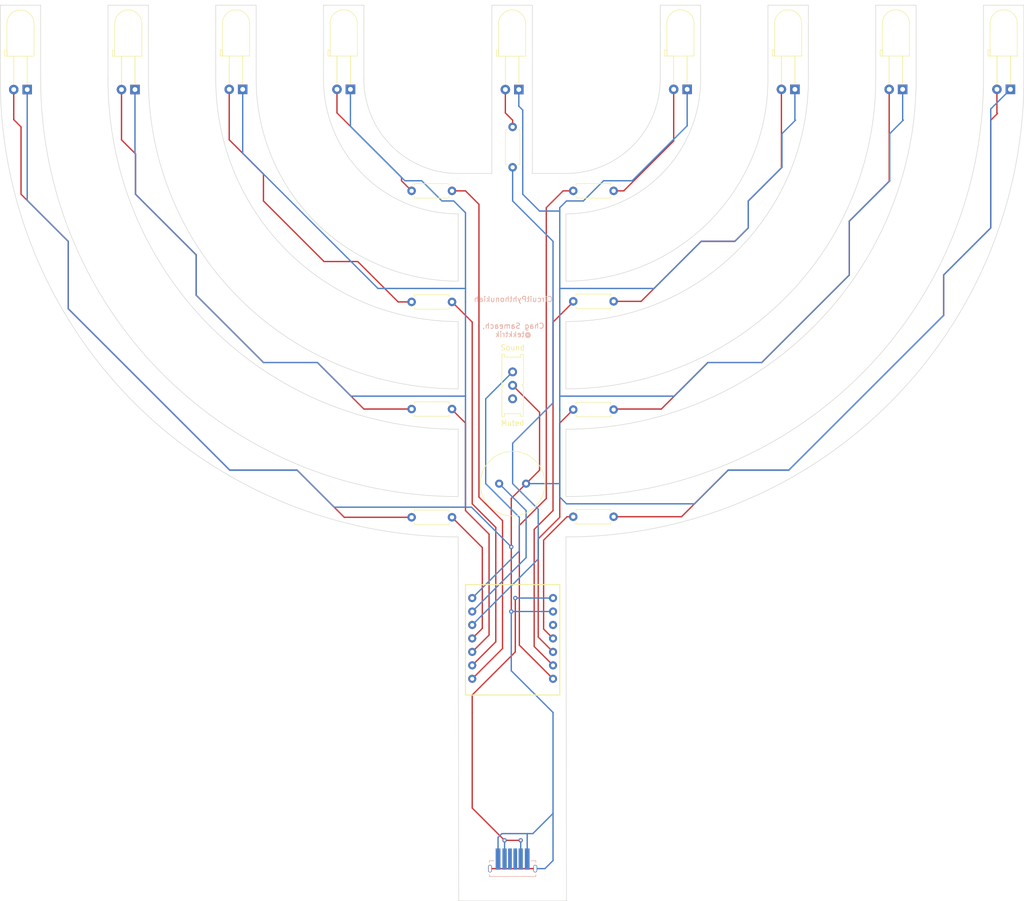
<source format=kicad_pcb>
(kicad_pcb (version 20211014) (generator pcbnew)
  (title_block (title "PCB, CircuitPythonukiah") (date "2022-10-12") (rev "1.0.0") (comment 1 "Licensed under CERN-OHL-S version 2") (comment 2 "Copyright Alec Delaney, 2022"))
  (layers (0 "F.Cu" signal) (31 "B.Cu" signal) (34 "B.Paste" user) (35 "F.Paste" user) (36 "B.SilkS" user "B.Silkscreen") (37 "F.SilkS" user "F.Silkscreen") (38 "B.Mask" user) (39 "F.Mask" user) (44 "Edge.Cuts" user))
  (net 0 "")
  (net 1 "GND")
  (net 2 "5V")
  (net 3 "3V")
  (net 4 "SHAMASH")
  (net 5 "MUTE_BTN")
  (net 6 "SPKR")
  (net 7 "LED1")
  (net 8 "LED2")
  (net 9 "LED3")
  (net 10 "LED4")
  (net 11 "LED5")
  (net 12 "LED6")
  (net 13 "LED8")
  (net 14 "LED7")
  (net 15 "Net-(D1-Pad2)")
  (net 16 "Net-(D2-Pad2)")
  (net 17 "Net-(D3-Pad2)")
  (net 18 "Net-(D4-Pad2)")
  (net 19 "Net-(D5-Pad2)")
  (net 20 "Net-(D6-Pad2)")
  (net 21 "Net-(D7-Pad2)")
  (net 22 "Net-(D8-Pad2)")
  (net 23 "Net-(D9-Pad2)")
  (footprint "LED_THT:LED_D5.0mm_Horizontal_O6.35mm_Z3.0mm" (layer "F.Cu") (at 222.144258 42.439258 180)
    (fp_text reference "D8" hide)
    (fp_text value "LED")
    (pad "1" thru_hole rect (at 0 0 180) (size 1.8 1.8) (drill 0.9) (layers *.Cu *.Mask) (net 1 "GND"))
    (pad "2" thru_hole circle (at 2.54 0 180) (size 1.8 1.8) (drill 0.9) (layers *.Cu *.Mask) (net 22 "Net-(D8-Pad2)"))
  )
  (footprint "Resistor_THT:R_Axial_DIN0207_L6.3mm_D2.5mm_P7.62mm_Horizontal" (layer "F.Cu") (at 109.22 61.595)
    (fp_text reference "R4" hide)
    (fp_text value "100")
    (pad "1" thru_hole circle (at 0 0) (size 1.6 1.6) (drill 0.8) (layers *.Cu *.Mask) (net 18 "Net-(D4-Pad2)"))
    (pad "2" thru_hole oval (at 7.62 0) (size 1.6 1.6) (drill 0.8) (layers *.Cu *.Mask) (net 10 "LED4"))
  )
  (footprint "Resistor_THT:R_Axial_DIN0207_L6.3mm_D2.5mm_P7.62mm_Horizontal" (layer "F.Cu") (at 128.27 49.53 -90)
    (fp_text reference "R9" hide)
    (fp_text value "100")
    (pad "1" thru_hole circle (at 0 0 270) (size 1.6 1.6) (drill 0.8) (layers *.Cu *.Mask) (net 23 "Net-(D9-Pad2)"))
    (pad "2" thru_hole oval (at 7.62 0 270) (size 1.6 1.6) (drill 0.8) (layers *.Cu *.Mask) (net 4 "SHAMASH"))
  )
  (footprint "LED_THT:LED_D5.0mm_Horizontal_O6.35mm_Z3.0mm" (layer "F.Cu") (at 129.439258 42.479258 180)
    (fp_text reference "D9" hide)
    (fp_text value "LED")
    (pad "1" thru_hole rect (at 0 0 180) (size 1.8 1.8) (drill 0.9) (layers *.Cu *.Mask) (net 1 "GND"))
    (pad "2" thru_hole circle (at 2.54 0 180) (size 1.8 1.8) (drill 0.9) (layers *.Cu *.Mask) (net 23 "Net-(D9-Pad2)"))
  )
  (footprint "Resistor_THT:R_Axial_DIN0207_L6.3mm_D2.5mm_P7.62mm_Horizontal" (layer "F.Cu") (at 109.22 82.55)
    (fp_text reference "R3" hide)
    (fp_text value "100")
    (pad "1" thru_hole circle (at 0 0) (size 1.6 1.6) (drill 0.8) (layers *.Cu *.Mask) (net 17 "Net-(D3-Pad2)"))
    (pad "2" thru_hole oval (at 7.62 0) (size 1.6 1.6) (drill 0.8) (layers *.Cu *.Mask) (net 9 "LED3"))
  )
  (footprint "Resistor_THT:R_Axial_DIN0207_L6.3mm_D2.5mm_P7.62mm_Horizontal" (layer "F.Cu") (at 147.32 102.87 180)
    (fp_text reference "R7" hide)
    (fp_text value "100")
    (pad "1" thru_hole circle (at 0 0 180) (size 1.6 1.6) (drill 0.8) (layers *.Cu *.Mask) (net 21 "Net-(D7-Pad2)"))
    (pad "2" thru_hole oval (at 7.62 0 180) (size 1.6 1.6) (drill 0.8) (layers *.Cu *.Mask) (net 14 "LED7"))
  )
  (footprint "Resistor_THT:R_Axial_DIN0207_L6.3mm_D2.5mm_P7.62mm_Horizontal" (layer "F.Cu") (at 147.32 82.444258 180)
    (fp_text reference "R6" hide)
    (fp_text value "100")
    (pad "1" thru_hole circle (at 0 0 180) (size 1.6 1.6) (drill 0.8) (layers *.Cu *.Mask) (net 20 "Net-(D6-Pad2)"))
    (pad "2" thru_hole oval (at 7.62 0 180) (size 1.6 1.6) (drill 0.8) (layers *.Cu *.Mask) (net 12 "LED6"))
  )
  (footprint "LED_THT:LED_D5.0mm_Horizontal_O6.35mm_Z3.0mm" (layer "F.Cu") (at 201.824258 42.439258 180)
    (fp_text reference "D7" hide)
    (fp_text value "LED")
    (pad "1" thru_hole rect (at 0 0 180) (size 1.8 1.8) (drill 0.9) (layers *.Cu *.Mask) (net 1 "GND"))
    (pad "2" thru_hole circle (at 2.54 0 180) (size 1.8 1.8) (drill 0.9) (layers *.Cu *.Mask) (net 21 "Net-(D7-Pad2)"))
  )
  (footprint "LED_THT:LED_D5.0mm_Horizontal_O6.35mm_Z3.0mm" (layer "F.Cu") (at 97.684258 42.439258 180)
    (fp_text reference "D4" hide)
    (fp_text value "LED")
    (pad "1" thru_hole rect (at 0 0 180) (size 1.8 1.8) (drill 0.9) (layers *.Cu *.Mask) (net 1 "GND"))
    (pad "2" thru_hole circle (at 2.54 0 180) (size 1.8 1.8) (drill 0.9) (layers *.Cu *.Mask) (net 18 "Net-(D4-Pad2)"))
  )
  (footprint "Resistor_THT:R_Axial_DIN0207_L6.3mm_D2.5mm_P7.62mm_Horizontal" (layer "F.Cu") (at 147.32 61.595 180)
    (fp_text reference "R5" hide)
    (fp_text value "100")
    (pad "1" thru_hole circle (at 0 0 180) (size 1.6 1.6) (drill 0.8) (layers *.Cu *.Mask) (net 19 "Net-(D5-Pad2)"))
    (pad "2" thru_hole oval (at 7.62 0 180) (size 1.6 1.6) (drill 0.8) (layers *.Cu *.Mask) (net 11 "LED5"))
  )
  (footprint "MountingHole:MountingHole_5.3mm_M5" (layer "F.Cu") (at 128.27 172.72)
    (fp_text reference "M5" hide)
    (fp_text value "MountingHole_5.3mm_M5")
    (pad "" np_thru_hole circle (at 0 0) (size 5.3 5.3) (drill 5.3) (layers *.Cu *.Mask))
  )
  (footprint "LED_THT:LED_D5.0mm_Horizontal_O6.35mm_Z3.0mm" (layer "F.Cu") (at 77.364258 42.439258 180)
    (fp_text reference "D3" hide)
    (fp_text value "LED")
    (pad "1" thru_hole rect (at 0 0 180) (size 1.8 1.8) (drill 0.9) (layers *.Cu *.Mask) (net 1 "GND"))
    (pad "2" thru_hole circle (at 2.54 0 180) (size 1.8 1.8) (drill 0.9) (layers *.Cu *.Mask) (net 17 "Net-(D3-Pad2)"))
  )
  (footprint "Resistor_THT:R_Axial_DIN0207_L6.3mm_D2.5mm_P7.62mm_Horizontal" (layer "F.Cu") (at 147.32 123.084258 180)
    (fp_text reference "R8" hide)
    (fp_text value "100")
    (pad "1" thru_hole circle (at 0 0 180) (size 1.6 1.6) (drill 0.8) (layers *.Cu *.Mask) (net 22 "Net-(D8-Pad2)"))
    (pad "2" thru_hole oval (at 7.62 0 180) (size 1.6 1.6) (drill 0.8) (layers *.Cu *.Mask) (net 13 "LED8"))
  )
  (footprint "Resistor_THT:R_Axial_DIN0207_L6.3mm_D2.5mm_P7.62mm_Horizontal" (layer "F.Cu") (at 109.22 123.19)
    (fp_text reference "R1" hide)
    (fp_text value "100")
    (pad "1" thru_hole circle (at 0 0) (size 1.6 1.6) (drill 0.8) (layers *.Cu *.Mask) (net 15 "Net-(D1-Pad2)"))
    (pad "2" thru_hole oval (at 7.62 0) (size 1.6 1.6) (drill 0.8) (layers *.Cu *.Mask) (net 7 "LED1"))
  )
  (footprint "LED_THT:LED_D5.0mm_Horizontal_O6.35mm_Z3.0mm" (layer "F.Cu") (at 161.184258 42.439258 180)
    (fp_text reference "D5" hide)
    (fp_text value "LED")
    (pad "1" thru_hole rect (at 0 0 180) (size 1.8 1.8) (drill 0.9) (layers *.Cu *.Mask) (net 1 "GND"))
    (pad "2" thru_hole circle (at 2.54 0 180) (size 1.8 1.8) (drill 0.9) (layers *.Cu *.Mask) (net 19 "Net-(D5-Pad2)"))
  )
  (footprint "LED_THT:LED_D5.0mm_Horizontal_O6.35mm_Z3.0mm" (layer "F.Cu") (at 181.504258 42.439258 180)
    (fp_text reference "D6" hide)
    (fp_text value "LED")
    (pad "1" thru_hole rect (at 0 0 180) (size 1.8 1.8) (drill 0.9) (layers *.Cu *.Mask) (net 1 "GND"))
    (pad "2" thru_hole circle (at 2.54 0 180) (size 1.8 1.8) (drill 0.9) (layers *.Cu *.Mask) (net 20 "Net-(D6-Pad2)"))
  )
  (footprint "Adafruit:QT Py" (layer "F.Cu") (at 128.27 147.32 -90)
    (fp_text reference "U1" hide)
    (fp_text value "QT_Py")
    (pad "1" thru_hole circle (at -8.89 -7.62 270) (size 1.524 1.524) (drill 0.762) (layers *.Cu *.Mask) (net 2 "5V"))
    (pad "2" thru_hole circle (at -6.35 -7.62 270) (size 1.524 1.524) (drill 0.762) (layers *.Cu *.Mask) (net 1 "GND"))
    (pad "3" thru_hole circle (at -3.81 -7.62 270) (size 1.524 1.524) (drill 0.762) (layers *.Cu *.Mask) (net 3 "3V"))
    (pad "4" thru_hole circle (at -1.27 -7.62 270) (size 1.524 1.524) (drill 0.762) (layers *.Cu *.Mask) (net 13 "LED8"))
    (pad "5" thru_hole circle (at 1.27 -7.62 270) (size 1.524 1.524) (drill 0.762) (layers *.Cu *.Mask) (net 14 "LED7"))
    (pad "6" thru_hole circle (at 3.81 -7.62 270) (size 1.524 1.524) (drill 0.762) (layers *.Cu *.Mask) (net 12 "LED6"))
    (pad "7" thru_hole circle (at 6.35 -7.62 270) (size 1.524 1.524) (drill 0.762) (layers *.Cu *.Mask) (net 11 "LED5"))
    (pad "8" thru_hole circle (at -8.89 7.62 270) (size 1.524 1.524) (drill 0.762) (layers *.Cu *.Mask) (net 5 "MUTE_BTN"))
    (pad "9" thru_hole circle (at -6.35 7.62 270) (size 1.524 1.524) (drill 0.762) (layers *.Cu *.Mask) (net 6 "SPKR"))
    (pad "10" thru_hole circle (at -3.81 7.62 270) (size 1.524 1.524) (drill 0.762) (layers *.Cu *.Mask) (net 4 "SHAMASH"))
    (pad "11" thru_hole circle (at -1.27 7.62 270) (size 1.524 1.524) (drill 0.762) (layers *.Cu *.Mask) (net 7 "LED1"))
    (pad "12" thru_hole circle (at 1.27 7.62 270) (size 1.524 1.524) (drill 0.762) (layers *.Cu *.Mask) (net 8 "LED2"))
    (pad "13" thru_hole circle (at 3.81 7.62 270) (size 1.524 1.524) (drill 0.762) (layers *.Cu *.Mask) (net 9 "LED3"))
    (pad "14" thru_hole circle (at 6.35 7.62 270) (size 1.524 1.524) (drill 0.762) (layers *.Cu *.Mask) (net 10 "LED4"))
  )
  (footprint "E-Switch:EG1218" (layer "F.Cu") (at 128.27 98.298 -90)
    (fp_text reference "SW1" hide)
    (fp_text value "SW_DIP_x01")
    (pad "1" thru_hole circle (at -2.54 0 270) (size 1.6764 1.6764) (drill 0.9) (layers *.Cu *.Mask) (net 5 "MUTE_BTN"))
    (pad "2" thru_hole circle (at 0 0 270) (size 1.6764 1.6764) (drill 0.9) (layers *.Cu *.Mask) (net 1 "GND"))
    (pad "3" thru_hole circle (at 2.54 0 270) (size 1.6764 1.6764) (drill 0.9) (layers *.Cu *.Mask))
  )
  (footprint "Resistor_THT:R_Axial_DIN0207_L6.3mm_D2.5mm_P7.62mm_Horizontal" (layer "F.Cu") (at 109.22 102.764258)
    (fp_text reference "R2" hide)
    (fp_text value "100")
    (pad "1" thru_hole circle (at 0 0) (size 1.6 1.6) (drill 0.8) (layers *.Cu *.Mask) (net 16 "Net-(D2-Pad2)"))
    (pad "2" thru_hole oval (at 7.62 0) (size 1.6 1.6) (drill 0.8) (layers *.Cu *.Mask) (net 8 "LED2"))
  )
  (footprint "LED_THT:LED_D5.0mm_Horizontal_O6.35mm_Z3.0mm" (layer "F.Cu") (at 57.049258 42.479258 180)
    (fp_text reference "D2" hide)
    (fp_text value "LED")
    (pad "1" thru_hole rect (at 0 0 180) (size 1.8 1.8) (drill 0.9) (layers *.Cu *.Mask) (net 1 "GND"))
    (pad "2" thru_hole circle (at 2.54 0 180) (size 1.8 1.8) (drill 0.9) (layers *.Cu *.Mask) (net 16 "Net-(D2-Pad2)"))
  )
  (footprint "Adafruit:Piezo Buzzer" (layer "F.Cu") (at 128.27 116.84)
    (fp_text reference "LS1" hide)
    (fp_text value "Speaker")
    (pad "1" thru_hole circle (at -2.54 0) (size 1.524 1.524) (drill 0.762) (layers *.Cu *.Mask) (net 6 "SPKR"))
    (pad "2" thru_hole circle (at 2.54 0) (size 1.524 1.524) (drill 0.762) (layers *.Cu *.Mask) (net 1 "GND"))
  )
  (footprint "LED_THT:LED_D5.0mm_Horizontal_O6.35mm_Z3.0mm" (layer "F.Cu") (at 36.724258 42.479258 180)
    (fp_text reference "D1" hide)
    (fp_text value "LED")
    (pad "1" thru_hole rect (at 0 0 180) (size 1.8 1.8) (drill 0.9) (layers *.Cu *.Mask) (net 1 "GND"))
    (pad "2" thru_hole circle (at 2.54 0 180) (size 1.8 1.8) (drill 0.9) (layers *.Cu *.Mask) (net 15 "Net-(D1-Pad2)"))
  )
  (footprint "CircuitPythonukiah:OSHW Logo 18mm" (layer "B.Cu") (at 128.27 71.755 180)
    (fp_text reference "G***" hide)
    (fp_text value "OSHW Logo 18mm" hide)
  )
  (footprint "CUI Devices:CUI_UJC-VP-3-SMT-TR" (layer "B.Cu") (at 128.27 189.484 180)
    (fp_text reference "J1" hide)
    (fp_text value "USB_B_Micro" hide)
    (pad "A5" smd rect (at 0.5 1.805 180) (size 0.7 4.01) (layers "B.Cu" "B.Paste" "B.Mask"))
    (pad "A9" smd rect (at -1.52 1.805 180) (size 0.8 4.01) (layers "B.Cu" "B.Paste" "B.Mask") (net 2 "5V"))
    (pad "A12" smd rect (at -2.75 1.805 180) (size 0.9 4.01) (layers "B.Cu" "B.Paste" "B.Mask") (net 1 "GND"))
    (pad "B5" smd rect (at -0.5 1.805 180) (size 0.7 4.01) (layers "B.Cu" "B.Paste" "B.Mask"))
    (pad "B9" smd rect (at 1.52 1.805 180) (size 0.8 4.01) (layers "B.Cu" "B.Paste" "B.Mask") (net 2 "5V"))
    (pad "B12" smd rect (at 2.75 1.805 180) (size 0.9 4.01) (layers "B.Cu" "B.Paste" "B.Mask") (net 1 "GND"))
    (pad "S1" thru_hole oval (at -4.27 0 180) (size 0.7 1.4) (drill oval 0.5 1.2) (layers *.Cu *.Mask) (net 1 "GND"))
    (pad "S2" thru_hole oval (at 4.27 0 180) (size 0.7 1.4) (drill oval 0.5 1.2) (layers *.Cu *.Mask) (net 1 "GND"))
  )
  (gr_line (start 196.744258 26.564258) (end 196.744258 40.534258) (layer "Edge.Cuts") (width 0.1))
  (gr_line (start 176.424258 26.564258) (end 184.044258 26.564258) (layer "Edge.Cuts") (width 0.1))
  (gr_arc (start 118.004258 106.574258) (mid 71.306926 87.23159) (end 51.964258 40.534258) (layer "Edge.Cuts") (width 0.1))
  (gr_arc (start 118.004258 65.934258) (mid 100.043746 58.49477) (end 92.604258 40.534258) (layer "Edge.Cuts") (width 0.1))
  (gr_line (start 196.744258 26.564258) (end 204.364258 26.564258) (layer "Edge.Cuts") (width 0.1))
  (gr_line (start 131.974258 26.564258) (end 131.974258 40.534258) (layer "Edge.Cuts") (width 0.1))
  (gr_arc (start 118.004258 86.254258) (mid 85.675336 72.86318) (end 72.284258 40.534258) (layer "Edge.Cuts") (width 0.1))
  (gr_line (start 31.644258 40.534258) (end 31.644258 26.564258) (layer "Edge.Cuts") (width 0.1))
  (gr_line (start 92.604258 26.564258) (end 92.604258 40.534258) (layer "Edge.Cuts") (width 0.1))
  (gr_arc (start 204.364258 40.534258) (mid 185.02159 87.23159) (end 138.324258 106.574258) (layer "Edge.Cuts") (width 0.1))
  (gr_line (start 92.604258 26.564258) (end 100.224258 26.564258) (layer "Edge.Cuts") (width 0.1))
  (gr_line (start 124.354258 26.564258) (end 131.974258 26.564258) (layer "Edge.Cuts") (width 0.1))
  (gr_line (start 51.964258 26.564258) (end 51.964258 40.534258) (layer "Edge.Cuts") (width 0.1))
  (gr_line (start 118.11 195.58) (end 118.004258 126.894258) (layer "Edge.Cuts") (width 0.1))
  (gr_arc (start 217.064258 40.534258) (mid 194.001846 96.211846) (end 138.324258 119.274258) (layer "Edge.Cuts") (width 0.1))
  (gr_line (start 131.974258 58.314258) (end 138.324258 58.314258) (layer "Edge.Cuts") (width 0.1))
  (gr_line (start 156.104258 26.564258) (end 156.104258 40.534258) (layer "Edge.Cuts") (width 0.1))
  (gr_arc (start 176.424258 40.534258) (mid 165.265026 67.475026) (end 138.324258 78.634258) (layer "Edge.Cuts") (width 0.1))
  (gr_arc (start 118.004258 98.954258) (mid 76.69508 81.843436) (end 59.584258 40.534258) (layer "Edge.Cuts") (width 0.1))
  (gr_arc (start 118.004258 119.274258) (mid 62.32667 96.211846) (end 39.264258 40.534258) (layer "Edge.Cuts") (width 0.1))
  (gr_line (start 31.644258 26.564258) (end 39.264258 26.564258) (layer "Edge.Cuts") (width 0.1))
  (gr_arc (start 184.044258 40.534258) (mid 170.65318 72.86318) (end 138.324258 86.254258) (layer "Edge.Cuts") (width 0.1))
  (gr_line (start 138.324258 65.934258) (end 138.324258 78.634258) (layer "Edge.Cuts") (width 0.1))
  (gr_line (start 118.004258 106.574258) (end 118.004258 119.274258) (layer "Edge.Cuts") (width 0.1))
  (gr_line (start 124.354258 40.534258) (end 124.354258 58.314258) (layer "Edge.Cuts") (width 0.1))
  (gr_line (start 217.064258 26.564258) (end 217.064258 40.534258) (layer "Edge.Cuts") (width 0.1))
  (gr_line (start 51.964258 26.564258) (end 59.584258 26.564258) (layer "Edge.Cuts") (width 0.1))
  (gr_line (start 217.064258 26.564258) (end 224.684258 26.564258) (layer "Edge.Cuts") (width 0.1))
  (gr_line (start 59.584258 26.564258) (end 59.584258 40.534258) (layer "Edge.Cuts") (width 0.1))
  (gr_line (start 100.224258 26.564258) (end 100.224258 40.534258) (layer "Edge.Cuts") (width 0.1))
  (gr_arc (start 163.724258 40.534258) (mid 156.28477 58.49477) (end 138.324258 65.934258) (layer "Edge.Cuts") (width 0.1))
  (gr_line (start 118.004258 65.934258) (end 118.004258 78.634258) (layer "Edge.Cuts") (width 0.1))
  (gr_line (start 131.974258 40.534258) (end 131.974258 58.314258) (layer "Edge.Cuts") (width 0.1))
  (gr_arc (start 118.004258 78.634258) (mid 91.06349 67.475026) (end 79.904258 40.534258) (layer "Edge.Cuts") (width 0.1))
  (gr_line (start 138.43 195.58) (end 138.324258 126.894258) (layer "Edge.Cuts") (width 0.1))
  (gr_line (start 176.424258 26.564258) (end 176.424258 40.534258) (layer "Edge.Cuts") (width 0.1))
  (gr_line (start 72.284258 26.564258) (end 72.284258 40.534258) (layer "Edge.Cuts") (width 0.1))
  (gr_line (start 138.324258 86.254258) (end 138.324258 98.954258) (layer "Edge.Cuts") (width 0.1))
  (gr_line (start 224.684258 26.564258) (end 224.684258 40.534258) (layer "Edge.Cuts") (width 0.1))
  (gr_arc (start 224.684258 40.534258) (mid 199.39 101.6) (end 138.324258 126.894258) (layer "Edge.Cuts") (width 0.1))
  (gr_line (start 184.044258 26.564258) (end 184.044258 40.534258) (layer "Edge.Cuts") (width 0.1))
  (gr_line (start 138.324258 106.574258) (end 138.324258 119.274258) (layer "Edge.Cuts") (width 0.1))
  (gr_line (start 118.11 195.58) (end 138.43 195.58) (layer "Edge.Cuts") (width 0.1))
  (gr_line (start 72.284258 26.564258) (end 79.904258 26.564258) (layer "Edge.Cuts") (width 0.1))
  (gr_line (start 39.264258 26.564258) (end 39.264258 40.534258) (layer "Edge.Cuts") (width 0.1))
  (gr_arc (start 118.004258 126.894258) (mid 56.938516 101.6) (end 31.644258 40.534258) (layer "Edge.Cuts") (width 0.1))
  (gr_line (start 118.004258 86.254258) (end 118.004258 98.954258) (layer "Edge.Cuts") (width 0.1))
  (gr_line (start 124.354258 26.564258) (end 124.354258 40.534258) (layer "Edge.Cuts") (width 0.1))
  (gr_arc (start 196.744258 40.534258) (mid 179.633436 81.843436) (end 138.324258 98.954258) (layer "Edge.Cuts") (width 0.1))
  (gr_line (start 124.354258 58.314258) (end 118.004258 58.314258) (layer "Edge.Cuts") (width 0.1))
  (gr_line (start 79.904258 26.564258) (end 79.904258 40.534258) (layer "Edge.Cuts") (width 0.1))
  (gr_arc (start 156.104258 40.534258) (mid 150.896617 53.106617) (end 138.324258 58.314258) (layer "Edge.Cuts") (width 0.1))
  (gr_arc (start 118.004258 58.314258) (mid 105.431899 53.106617) (end 100.224258 40.534258) (layer "Edge.Cuts") (width 0.1))
  (gr_line (start 163.724258 26.564258) (end 163.724258 40.534258) (layer "Edge.Cuts") (width 0.1))
  (gr_line (start 204.364258 26.564258) (end 204.364258 40.534258) (layer "Edge.Cuts") (width 0.1))
  (gr_line (start 156.104258 26.564258) (end 163.724258 26.564258) (layer "Edge.Cuts") (width 0.1))
  (gr_text "Chag Sameach,\n@tekktrik" (at 128.397 87.884) (layer "B.SilkS") (effects (font (size 1 1)) (justify mirror)))
  (gr_text "CircuitPyhthonukiah" (at 128.397 82.042) (layer "B.SilkS") (effects (font (size 1 1)) (justify mirror)))
  (gr_text "Sound" (at 128.27 91.186) (layer "F.SilkS") (effects (font (size 1 1))))
  (gr_text "Muted" (at 128.27 105.41) (layer "F.SilkS") (effects (font (size 1 1))))
  (segment (start 128.016 140.97) (end 128.016 128.778) (width 0.25) (layer "F.Cu") (net 1))
  (segment (start 128.27 98.298) (end 133.35 103.378) (width 0.25) (layer "F.Cu") (net 1))
  (segment (start 128.016 128.778) (end 128.016 119.634) (width 0.25) (layer "F.Cu") (net 1))
  (segment (start 124 189.484) (end 132.54 189.484) (width 0.25) (layer "F.Cu") (net 1))
  (segment (start 133.35 103.378) (end 133.35 114.3) (width 0.25) (layer "F.Cu") (net 1))
  (segment (start 128.016 119.634) (end 130.81 116.84) (width 0.25) (layer "F.Cu") (net 1))
  (segment (start 133.35 114.3) (end 130.81 116.84) (width 0.25) (layer "F.Cu") (net 1))
  (via (at 128.016 140.97) (size 0.8) (drill 0.4) (layers "F.Cu" "B.Cu") (net 1))
  (via (at 128.016 128.778) (size 0.8) (drill 0.4) (layers "F.Cu" "B.Cu") (net 1))
  (segment (start 131.02 187.679) (end 131.02 182.924) (width 0.25) (layer "B.Cu") (net 1))
  (segment (start 57.049258 54.509258) (end 57.15 54.61) (width 0.25) (layer "B.Cu") (net 1))
  (segment (start 163.83 71.12) (end 170.18 71.12) (width 0.25) (layer "B.Cu") (net 1))
  (segment (start 139.065 100.33) (end 137.16 100.33) (width 0.25) (layer "B.Cu") (net 1))
  (segment (start 179.07 50.8) (end 181.61 48.26) (width 0.25) (layer "B.Cu") (net 1))
  (segment (start 120.523 121.285) (end 128.016 128.778) (width 0.25) (layer "B.Cu") (net 1))
  (segment (start 57.049258 42.479258) (end 57.049258 54.509258) (width 0.25) (layer "B.Cu") (net 1))
  (segment (start 131.064 182.88) (end 126.238 182.88) (width 0.25) (layer "B.Cu") (net 1))
  (segment (start 135.89 179.07) (end 135.89 160.02) (width 0.25) (layer "B.Cu") (net 1))
  (segment (start 158.75 100.33) (end 165.1 93.98) (width 0.25) (layer "B.Cu") (net 1))
  (segment (start 135.89 187.96) (end 134.366 189.484) (width 0.25) (layer "B.Cu") (net 1))
  (segment (start 137.16 65.405) (end 137.16 64.77) (width 0.25) (layer "B.Cu") (net 1))
  (segment (start 131.02 182.924) (end 131.064 182.88) (width 0.25) (layer "B.Cu") (net 1))
  (segment (start 129.439258 45.619258) (end 129.439258 42.479258) (width 0.25) (layer "B.Cu") (net 1))
  (segment (start 175.26 93.98) (end 191.77 77.47) (width 0.25) (layer "B.Cu") (net 1))
  (segment (start 77.364258 42.439258) (end 77.364258 54.504258) (width 0.25) (layer "B.Cu") (net 1))
  (segment (start 97.684258 49.424258) (end 97.684258 42.439258) (width 0.25) (layer "B.Cu") (net 1))
  (segment (start 137.16 116.84) (end 137.16 119.38) (width 0.25) (layer "B.Cu") (net 1))
  (segment (start 81.28 93.98) (end 91.44 93.98) (width 0.25) (layer "B.Cu") (net 1))
  (segment (start 36.724258 42.479258) (end 36.724258 63.394258) (width 0.25) (layer "B.Cu") (net 1))
  (segment (start 130.175 46.355) (end 129.439258 45.619258) (width 0.25) (layer "B.Cu") (net 1))
  (segment (start 130.81 116.84) (end 137.16 116.84) (width 0.25) (layer "B.Cu") (net 1))
  (segment (start 91.44 93.98) (end 97.79 100.33) (width 0.25) (layer "B.Cu") (net 1))
  (segment (start 201.93 48.26) (end 201.824258 48.154258) (width 0.25) (layer "B.Cu") (net 1))
  (segment (start 102.87 80.01) (end 119.38 80.01) (width 0.25) (layer "B.Cu") (net 1))
  (segment (start 137.16 64.77) (end 138.43 63.5) (width 0.25) (layer "B.Cu") (net 1))
  (segment (start 209.55 77.47) (end 218.44 68.58) (width 0.25) (layer "B.Cu") (net 1))
  (segment (start 119.38 100.965) (end 119.38 100.33) (width 0.25) (layer "B.Cu") (net 1))
  (segment (start 74.93 114.3) (end 87.63 114.3) (width 0.25) (layer "B.Cu") (net 1))
  (segment (start 36.724258 63.394258) (end 44.45 71.12) (width 0.25) (layer "B.Cu") (net 1))
  (segment (start 162.56 120.65) (end 168.91 114.3) (width 0.25) (layer "B.Cu") (net 1))
  (segment (start 199.39 59.69) (end 199.39 50.8) (width 0.25) (layer "B.Cu") (net 1))
  (segment (start 180.34 114.3) (end 209.55 85.09) (width 0.25) (layer "B.Cu") (net 1))
  (segment (start 119.38 121.285) (end 120.523 121.285) (width 0.25) (layer "B.Cu") (net 1))
  (segment (start 191.77 67.31) (end 199.39 59.69) (width 0.25) (layer "B.Cu") (net 1))
  (segment (start 117.1575 63.5) (end 114.935 63.5) (width 0.25) (layer "B.Cu") (net 1))
  (segment (start 57.15 62.23) (end 68.58 73.66) (width 0.25) (layer "B.Cu") (net 1))
  (segment (start 135.89 187.96) (end 135.89 179.07) (width 0.25) (layer "B.Cu") (net 1))
  (segment (start 128.016 152.146) (end 135.89 160.02) (width 0.25) (layer "B.Cu") (net 1))
  (segment (start 145.415 59.69) (end 150.815991 59.69) (width 0.25) (layer "B.Cu") (net 1))
  (segment (start 179.07 57.15) (end 179.07 50.8) (width 0.25) (layer "B.Cu") (net 1))
  (segment (start 172.72 68.58) (end 172.72 63.5) (width 0.25) (layer "B.Cu") (net 1))
  (segment (start 68.58 73.66) (end 68.58 81.28) (width 0.25) (layer "B.Cu") (net 1))
  (segment (start 44.45 83.82) (end 74.93 114.3) (width 0.25) (layer "B.Cu") (net 1))
  (segment (start 135.89 179.07) (end 132.08 182.88) (width 0.25) (layer "B.Cu") (net 1))
  (segment (start 119.38 100.33) (end 97.79 100.33) (width 0.25) (layer "B.Cu") (net 1))
  (segment (start 128.016 140.97) (end 128.016 152.146) (width 0.25) (layer "B.Cu") (net 1))
  (segment (start 111.125 59.69) (end 107.95 59.69) (width 0.25) (layer "B.Cu") (net 1))
  (segment (start 137.16 65.405) (end 133.35 65.405) (width 0.25) (layer "B.Cu") (net 1))
  (segment (start 119.38 100.33) (end 119.38 82.55) (width 0.25) (layer "B.Cu") (net 1))
  (segment (start 138.43 120.65) (end 162.56 120.65) (width 0.25) (layer "B.Cu") (net 1))
  (segment (start 201.824258 48.154258) (end 201.824258 42.439258) (width 0.25) (layer "B.Cu") (net 1))
  (segment (start 181.504258 48.154258) (end 181.504258 42.439258) (width 0.25) (layer "B.Cu") (net 1))
  (segment (start 138.43 63.5) (end 141.605 63.5) (width 0.25) (layer "B.Cu") (net 1))
  (segment (start 165.1 93.98) (end 175.26 93.98) (width 0.25) (layer "B.Cu") (net 1))
  (segment (start 154.94 80.01) (end 163.83 71.12) (width 0.25) (layer "B.Cu") (net 1))
  (segment (start 94.615 121.285) (end 119.38 121.285) (width 0.25) (layer "B.Cu") (net 1))
  (segment (start 168.91 114.3) (end 180.34 114.3) (width 0.25) (layer "B.Cu") (net 1))
  (segment (start 134.366 189.484) (end 132.54 189.484) (width 0.25) (layer "B.Cu") (net 1))
  (segment (start 77.364258 54.504258) (end 102.87 80.01) (width 0.25) (layer "B.Cu") (net 1))
  (segment (start 170.18 71.12) (end 172.72 68.58) (width 0.25) (layer "B.Cu") (net 1))
  (segment (start 68.58 81.28) (end 81.28 93.98) (width 0.25) (layer "B.Cu") (net 1))
  (segment (start 119.38 80.01) (end 119.38 65.7225) (width 0.25) (layer "B.Cu") (net 1))
  (segment (start 119.38 65.7225) (end 117.1575 63.5) (width 0.25) (layer "B.Cu") (net 1))
  (segment (start 137.16 102.87) (end 137.16 82.55) (width 0.25) (layer "B.Cu") (net 1))
  (segment (start 191.77 77.47) (end 191.77 67.31) (width 0.25) (layer "B.Cu") (net 1))
  (segment (start 57.15 54.61) (end 57.15 62.23) (width 0.25) (layer "B.Cu") (net 1))
  (segment (start 139.065 100.33) (end 158.75 100.33) (width 0.25) (layer "B.Cu") (net 1))
  (segment (start 135.89 140.97) (end 128.016 140.97) (width 0.25) (layer "B.Cu") (net 1))
  (segment (start 137.16 119.38) (end 138.43 120.65) (width 0.25) (layer "B.Cu") (net 1))
  (segment (start 218.44 46.143516) (end 222.144258 42.439258) (width 0.25) (layer "B.Cu") (net 1))
  (segment (start 199.39 50.8) (end 201.93 48.26) (width 0.25) (layer "B.Cu") (net 1))
  (segment (start 137.16 116.84) (end 137.16 102.87) (width 0.25) (layer "B.Cu") (net 1))
  (segment (start 161.184258 49.321733) (end 161.184258 42.439258) (width 0.25) (layer "B.Cu") (net 1))
  (segment (start 119.38 80.645) (end 119.38 80.01) (width 0.25) (layer "B.Cu") (net 1))
  (segment (start 150.815991 59.69) (end 161.184258 49.321733) (width 0.25) (layer "B.Cu") (net 1))
  (segment (start 130.175 62.23) (end 130.175 46.355) (width 0.25) (layer "B.Cu") (net 1))
  (segment (start 141.605 63.5) (end 145.415 59.69) (width 0.25) (layer "B.Cu") (net 1))
  (segment (start 119.38 116.84) (end 119.38 120.65) (width 0.25) (layer "B.Cu") (net 1))
  (segment (start 87.63 114.3) (end 94.615 121.285) (width 0.25) (layer "B.Cu") (net 1))
  (segment (start 209.55 85.09) (end 209.55 77.47) (width 0.25) (layer "B.Cu") (net 1))
  (segment (start 172.72 63.5) (end 179.07 57.15) (width 0.25) (layer "B.Cu") (net 1))
  (segment (start 126.238 182.88) (end 125.52 183.598) (width 0.25) (layer "B.Cu") (net 1))
  (segment (start 119.38 116.84) (end 119.38 100.965) (width 0.25) (layer "B.Cu") (net 1))
  (segment (start 119.38 82.55) (end 119.38 80.645) (width 0.25) (layer "B.Cu") (net 1))
  (segment (start 44.45 71.12) (end 44.45 83.82) (width 0.25) (layer "B.Cu") (net 1))
  (segment (start 107.95 59.69) (end 97.684258 49.424258) (width 0.25) (layer "B.Cu") (net 1))
  (segment (start 139.7 80.01) (end 137.16 80.01) (width 0.25) (layer "B.Cu") (net 1))
  (segment (start 181.61 48.26) (end 181.504258 48.154258) (width 0.25) (layer "B.Cu") (net 1))
  (segment (start 132.08 182.88) (end 131.064 182.88) (width 0.25) (layer "B.Cu") (net 1))
  (segment (start 137.16 82.55) (end 137.16 65.405) (width 0.25) (layer "B.Cu") (net 1))
  (segment (start 114.935 63.5) (end 111.125 59.69) (width 0.25) (layer "B.Cu") (net 1))
  (segment (start 218.44 68.58) (end 218.44 46.143516) (width 0.25) (layer "B.Cu") (net 1))
  (segment (start 119.38 120.65) (end 119.38 121.285) (width 0.25) (layer "B.Cu") (net 1))
  (segment (start 133.35 65.405) (end 130.175 62.23) (width 0.25) (layer "B.Cu") (net 1))
  (segment (start 139.7 80.01) (end 154.94 80.01) (width 0.25) (layer "B.Cu") (net 1))
  (segment (start 125.52 183.598) (end 125.52 187.679) (width 0.25) (layer "B.Cu") (net 1))
  (segment (start 120.65 178.054) (end 126.746 184.15) (width 0.25) (layer "F.Cu") (net 2))
  (segment (start 120.65 156.718) (end 128.016 149.352) (width 0.25) (layer "F.Cu") (net 2))
  (segment (start 120.65 160.02) (end 120.65 178.054) (width 0.25) (layer "F.Cu") (net 2))
  (segment (start 128.016 149.352) (end 128.778 148.59) (width 0.25) (layer "F.Cu") (net 2))
  (segment (start 120.65 160.02) (end 120.65 156.718) (width 0.25) (layer "F.Cu") (net 2))
  (segment (start 128.778 138.684) (end 128.778 138.43) (width 0.25) (layer "F.Cu") (net 2))
  (segment (start 126.746 184.15) (end 129.794 184.15) (width 0.25) (layer "F.Cu") (net 2))
  (segment (start 128.778 148.59) (end 128.778 138.684) (width 0.25) (layer "F.Cu") (net 2))
  (via (at 129.794 184.15) (size 0.8) (drill 0.4) (layers "F.Cu" "B.Cu") (net 2))
  (via (at 126.746 184.15) (size 0.8) (drill 0.4) (layers "F.Cu" "B.Cu") (net 2))
  (via (at 128.778 138.43) (size 0.8) (drill 0.4) (layers "F.Cu" "B.Cu") (net 2))
  (segment (start 126.746 184.15) (end 126.75 184.154) (width 0.25) (layer "B.Cu") (net 2))
  (segment (start 126.75 184.154) (end 126.75 187.679) (width 0.25) (layer "B.Cu") (net 2))
  (segment (start 128.778 138.43) (end 135.89 138.43) (width 0.25) (layer "B.Cu") (net 2))
  (segment (start 129.794 184.15) (end 129.79 184.154) (width 0.25) (layer "B.Cu") (net 2))
  (segment (start 129.79 184.154) (end 129.79 187.679) (width 0.25) (layer "B.Cu") (net 2))
  (segment (start 133.096 121.666) (end 128.27 116.84) (width 0.25) (layer "B.Cu") (net 4))
  (segment (start 135.89 101.6) (end 135.89 71.12) (width 0.25) (layer "B.Cu") (net 4))
  (segment (start 135.89 71.12) (end 128.27 63.5) (width 0.25) (layer "B.Cu") (net 4))
  (segment (start 128.27 116.84) (end 128.27 109.22) (width 0.25) (layer "B.Cu") (net 4))
  (segment (start 133.096 121.666) (end 133.096 131.064) (width 0.25) (layer "B.Cu") (net 4))
  (segment (start 128.27 109.22) (end 135.89 101.6) (width 0.25) (layer "B.Cu") (net 4))
  (segment (start 133.096 131.064) (end 120.65 143.51) (width 0.25) (layer "B.Cu") (net 4))
  (segment (start 128.27 63.5) (end 128.27 57.15) (width 0.25) (layer "B.Cu") (net 4))
  (segment (start 123.19 100.838) (end 128.27 95.758) (width 0.25) (layer "B.Cu") (net 5))
  (segment (start 129.54 129.54) (end 120.65 138.43) (width 0.25) (layer "B.Cu") (net 5))
  (segment (start 123.19 116.84) (end 123.19 100.838) (width 0.25) (layer "B.Cu") (net 5))
  (segment (start 129.54 123.19) (end 123.19 116.84) (width 0.25) (layer "B.Cu") (net 5))
  (segment (start 129.54 123.19) (end 129.54 129.54) (width 0.25) (layer "B.Cu") (net 5))
  (segment (start 130.81 121.92) (end 130.81 130.81) (width 0.25) (layer "B.Cu") (net 6))
  (segment (start 130.81 130.81) (end 120.65 140.97) (width 0.25) (layer "B.Cu") (net 6))
  (segment (start 130.81 121.92) (end 125.73 116.84) (width 0.25) (layer "B.Cu") (net 6))
  (segment (start 116.84 123.19) (end 122.555 128.905) (width 0.25) (layer "F.Cu") (net 7))
  (segment (start 122.555 144.145) (end 120.65 146.05) (width 0.25) (layer "F.Cu") (net 7))
  (segment (start 122.555 128.905) (end 122.555 144.145) (width 0.25) (layer "F.Cu") (net 7))
  (segment (start 119.38 105.41) (end 119.38 121.92) (width 0.25) (layer "F.Cu") (net 8))
  (segment (start 116.84 102.87) (end 119.38 105.41) (width 0.25) (layer "F.Cu") (net 8))
  (segment (start 119.38 121.92) (end 123.825 126.365) (width 0.25) (layer "F.Cu") (net 8))
  (segment (start 123.825 145.415) (end 120.65 148.59) (width 0.25) (layer "F.Cu") (net 8))
  (segment (start 116.84 102.764258) (end 116.84 102.87) (width 0.25) (layer "F.Cu") (net 8))
  (segment (start 123.825 126.365) (end 123.825 145.415) (width 0.25) (layer "F.Cu") (net 8))
  (segment (start 116.734258 82.444258) (end 120.65 86.36) (width 0.25) (layer "F.Cu") (net 9))
  (segment (start 120.65 120.65) (end 125.095 125.095) (width 0.25) (layer "F.Cu") (net 9))
  (segment (start 120.65 86.36) (end 120.65 120.65) (width 0.25) (layer "F.Cu") (net 9))
  (segment (start 125.095 146.685) (end 120.65 151.13) (width 0.25) (layer "F.Cu") (net 9))
  (segment (start 125.095 125.095) (end 125.095 146.685) (width 0.25) (layer "F.Cu") (net 9))
  (segment (start 126.365 123.825) (end 126.365 147.955) (width 0.25) (layer "F.Cu") (net 10))
  (segment (start 119.38 61.595) (end 121.92 64.135) (width 0.25) (layer "F.Cu") (net 10))
  (segment (start 117.475 61.595) (end 119.38 61.595) (width 0.25) (layer "F.Cu") (net 10))
  (segment (start 121.92 119.38) (end 126.365 123.825) (width 0.25) (layer "F.Cu") (net 10))
  (segment (start 126.365 147.955) (end 120.65 153.67) (width 0.25) (layer "F.Cu") (net 10))
  (segment (start 121.92 64.135) (end 121.92 119.38) (width 0.25) (layer "F.Cu") (net 10))
  (segment (start 134.62 64.77) (end 134.62 119.634) (width 0.25) (layer "F.Cu") (net 11))
  (segment (start 139.7 61.595) (end 137.795 61.595) (width 0.25) (layer "F.Cu") (net 11))
  (segment (start 129.54 147.32) (end 135.89 153.67) (width 0.25) (layer "F.Cu") (net 11))
  (segment (start 134.62 119.634) (end 129.54 124.714) (width 0.25) (layer "F.Cu") (net 11))
  (segment (start 137.795 61.595) (end 134.62 64.77) (width 0.25) (layer "F.Cu") (net 11))
  (segment (start 129.54 124.714) (end 129.54 147.32) (width 0.25) (layer "F.Cu") (net 11))
  (segment (start 135.89 86.36) (end 135.89 121.92) (width 0.25) (layer "F.Cu") (net 12))
  (segment (start 132.334 147.574) (end 135.89 151.13) (width 0.25) (layer "F.Cu") (net 12))
  (segment (start 135.89 121.92) (end 132.334 125.476) (width 0.25) (layer "F.Cu") (net 12))
  (segment (start 139.805742 82.444258) (end 135.89 86.36) (width 0.25) (layer "F.Cu") (net 12))
  (segment (start 132.334 125.476) (end 132.334 147.574) (width 0.25) (layer "F.Cu") (net 12))
  (segment (start 139.594258 123.084258) (end 138.535742 123.084258) (width 0.25) (layer "F.Cu") (net 13))
  (segment (start 138.535742 123.084258) (end 134.112 127.508) (width 0.25) (layer "F.Cu") (net 13))
  (segment (start 134.112 144.272) (end 135.89 146.05) (width 0.25) (layer "F.Cu") (net 13))
  (segment (start 134.112 127.508) (end 134.112 144.272) (width 0.25) (layer "F.Cu") (net 13))
  (segment (start 133.096 145.796) (end 135.89 148.59) (width 0.25) (layer "F.Cu") (net 14))
  (segment (start 139.7 102.87) (end 137.16 105.41) (width 0.25) (layer "F.Cu") (net 14))
  (segment (start 137.16 105.41) (end 137.16 123.19) (width 0.25) (layer "F.Cu") (net 14))
  (segment (start 137.16 123.19) (end 133.096 127.254) (width 0.25) (layer "F.Cu") (net 14))
  (segment (start 133.096 127.254) (end 133.096 145.796) (width 0.25) (layer "F.Cu") (net 14))
  (segment (start 35.56 62.23) (end 35.56 49.53) (width 0.25) (layer "F.Cu") (net 15))
  (segment (start 87.63 114.3) (end 74.93 114.3) (width 0.25) (layer "F.Cu") (net 15))
  (segment (start 74.93 114.3) (end 44.45 83.82) (width 0.25) (layer "F.Cu") (net 15))
  (segment (start 44.45 83.82) (end 44.45 71.12) (width 0.25) (layer "F.Cu") (net 15))
  (segment (start 35.56 49.53) (end 34.184258 48.154258) (width 0.25) (layer "F.Cu") (net 15))
  (segment (start 44.45 71.12) (end 35.56 62.23) (width 0.25) (layer "F.Cu") (net 15))
  (segment (start 109.22 123.19) (end 96.52 123.19) (width 0.25) (layer "F.Cu") (net 15))
  (segment (start 96.52 123.19) (end 87.63 114.3) (width 0.25) (layer "F.Cu") (net 15))
  (segment (start 34.184258 48.154258) (end 34.184258 42.479258) (width 0.25) (layer "F.Cu") (net 15))
  (segment (start 57.15 54.61) (end 57.15 62.23) (width 0.25) (layer "F.Cu") (net 16))
  (segment (start 54.509258 51.969258) (end 57.15 54.61) (width 0.25) (layer "F.Cu") (net 16))
  (segment (start 68.58 81.28) (end 81.28 93.98) (width 0.25) (layer "F.Cu") (net 16))
  (segment (start 57.15 62.23) (end 68.58 73.66) (width 0.25) (layer "F.Cu") (net 16))
  (segment (start 91.44 93.98) (end 100.224258 102.764258) (width 0.25) (layer "F.Cu") (net 16))
  (segment (start 100.224258 102.764258) (end 109.22 102.764258) (width 0.25) (layer "F.Cu") (net 16))
  (segment (start 68.58 73.66) (end 68.58 81.28) (width 0.25) (layer "F.Cu") (net 16))
  (segment (start 54.509258 42.479258) (end 54.509258 51.969258) (width 0.25) (layer "F.Cu") (net 16))
  (segment (start 81.28 93.98) (end 91.44 93.98) (width 0.25) (layer "F.Cu") (net 16))
  (segment (start 81.28 63.5) (end 81.28 58.42) (width 0.25) (layer "F.Cu") (net 17))
  (segment (start 106.68 82.55) (end 99.06 74.93) (width 0.25) (layer "F.Cu") (net 17))
  (segment (start 106.68 82.55) (end 109.22 82.55) (width 0.25) (layer "F.Cu") (net 17))
  (segment (start 74.824258 51.964258) (end 74.824258 42.439258) (width 0.25) (layer "F.Cu") (net 17))
  (segment (start 99.06 74.93) (end 92.71 74.93) (width 0.25) (layer "F.Cu") (net 17))
  (segment (start 81.28 58.42) (end 74.824258 51.964258) (width 0.25) (layer "F.Cu") (net 17))
  (segment (start 92.71 74.93) (end 81.28 63.5) (width 0.25) (layer "F.Cu") (net 17))
  (segment (start 107.315 59.055) (end 107.315 59.69) (width 0.25) (layer "F.Cu") (net 18))
  (segment (start 107.315 59.055) (end 95.144258 46.884258) (width 0.25) (layer "F.Cu") (net 18))
  (segment (start 107.315 59.69) (end 109.22 61.595) (width 0.25) (layer "F.Cu") (net 18))
  (segment (start 95.144258 46.884258) (end 95.144258 42.439258) (width 0.25) (layer "F.Cu") (net 18))
  (segment (start 149.225 61.595) (end 147.32 61.595) (width 0.25) (layer "F.Cu") (net 19))
  (segment (start 149.225 61.595) (end 158.644258 52.175742) (width 0.25) (layer "F.Cu") (net 19))
  (segment (start 158.644258 52.175742) (end 158.644258 42.439258) (width 0.25) (layer "F.Cu") (net 19))
  (segment (start 170.18 71.12) (end 172.72 68.58) (width 0.25) (layer "F.Cu") (net 20))
  (segment (start 172.72 63.5) (end 179.07 57.15) (width 0.25) (layer "F.Cu") (net 20))
  (segment (start 172.72 68.58) (end 172.72 63.5) (width 0.25) (layer "F.Cu") (net 20))
  (segment (start 178.964258 57.044258) (end 178.964258 42.439258) (width 0.25) (layer "F.Cu") (net 20))
  (segment (start 152.294258 82.444258) (end 152.505742 82.444258) (width 0.25) (layer "F.Cu") (net 20))
  (segment (start 147.32 82.444258) (end 152.294258 82.444258) (width 0.25) (layer "F.Cu") (net 20))
  (segment (start 152.505742 82.444258) (end 163.83 71.12) (width 0.25) (layer "F.Cu") (net 20))
  (segment (start 179.07 57.15) (end 178.964258 57.044258) (width 0.25) (layer "F.Cu") (net 20))
  (segment (start 163.83 71.12) (end 170.18 71.12) (width 0.25) (layer "F.Cu") (net 20))
  (segment (start 199.39 59.69) (end 191.77 67.31) (width 0.25) (layer "F.Cu") (net 21))
  (segment (start 165.1 93.98) (end 156.315742 102.764258) (width 0.25) (layer "F.Cu") (net 21))
  (segment (start 199.284258 59.584258) (end 199.39 59.69) (width 0.25) (layer "F.Cu") (net 21))
  (segment (start 175.26 93.98) (end 165.1 93.98) (width 0.25) (layer "F.Cu") (net 21))
  (segment (start 199.284258 42.439258) (end 199.284258 59.584258) (width 0.25) (layer "F.Cu") (net 21))
  (segment (start 191.77 67.31) (end 191.77 77.47) (width 0.25) (layer "F.Cu") (net 21))
  (segment (start 191.77 77.47) (end 175.26 93.98) (width 0.25) (layer "F.Cu") (net 21))
  (segment (start 156.315742 102.764258) (end 147.32 102.764258) (width 0.25) (layer "F.Cu") (net 21))
  (segment (start 209.55 77.47) (end 209.55 85.09) (width 0.25) (layer "F.Cu") (net 22))
  (segment (start 147.32 123.084258) (end 160.125742 123.084258) (width 0.25) (layer "F.Cu") (net 22))
  (segment (start 219.71 46.99) (end 218.44 48.26) (width 0.25) (layer "F.Cu") (net 22))
  (segment (start 168.91 114.3) (end 160.125742 123.084258) (width 0.25) (layer "F.Cu") (net 22))
  (segment (start 219.604258 42.439258) (end 219.604258 46.884258) (width 0.25) (layer "F.Cu") (net 22))
  (segment (start 218.44 68.58) (end 209.55 77.47) (width 0.25) (layer "F.Cu") (net 22))
  (segment (start 219.604258 46.884258) (end 219.71 46.99) (width 0.25) (layer "F.Cu") (net 22))
  (segment (start 180.34 114.3) (end 168.91 114.3) (width 0.25) (layer "F.Cu") (net 22))
  (segment (start 209.55 85.09) (end 180.34 114.3) (width 0.25) (layer "F.Cu") (net 22))
  (segment (start 218.44 48.26) (end 218.44 68.58) (width 0.25) (layer "F.Cu") (net 22))
  (segment (start 128.27 48.26) (end 128.27 49.53) (width 0.25) (layer "F.Cu") (net 23))
  (segment (start 126.899258 46.889258) (end 128.27 48.26) (width 0.25) (layer "F.Cu") (net 23))
  (segment (start 126.899258 42.479258) (end 126.899258 46.889258) (width 0.25) (layer "F.Cu") (net 23))
)
</source>
